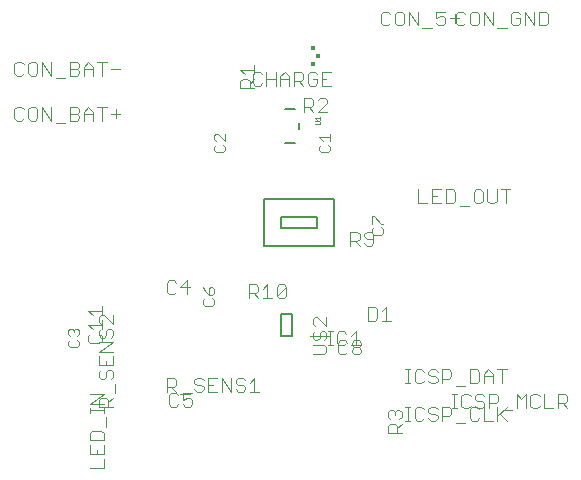
<source format=gto>
G75*
G70*
%OFA0B0*%
%FSLAX24Y24*%
%IPPOS*%
%LPD*%
%AMOC8*
5,1,8,0,0,1.08239X$1,22.5*
%
%ADD10C,0.0080*%
%ADD11C,0.0010*%
%ADD12C,0.0040*%
%ADD13R,0.0167X0.0128*%
%ADD14R,0.0138X0.0138*%
%ADD15C,0.0060*%
%ADD16C,0.0050*%
%ADD17C,0.0030*%
D10*
X015664Y011021D02*
X016002Y011021D01*
X016152Y011475D02*
X016152Y011687D01*
X016002Y012141D02*
X015664Y012141D01*
D11*
X016688Y011839D02*
X016838Y011839D01*
X016838Y011789D02*
X016838Y011889D01*
X016738Y011789D02*
X016688Y011839D01*
X016688Y011741D02*
X016813Y011741D01*
X016838Y011716D01*
X016838Y011666D01*
X016813Y011641D01*
X016688Y011641D01*
D12*
X016618Y012056D02*
X016465Y012209D01*
X016541Y012209D02*
X016311Y012209D01*
X016311Y012056D02*
X016311Y012516D01*
X016541Y012516D01*
X016618Y012439D01*
X016618Y012286D01*
X016541Y012209D01*
X016771Y012056D02*
X017078Y012363D01*
X017078Y012439D01*
X017002Y012516D01*
X016848Y012516D01*
X016771Y012439D01*
X016771Y012056D02*
X017078Y012056D01*
X017203Y012931D02*
X016896Y012931D01*
X016896Y013391D01*
X017203Y013391D01*
X017050Y013161D02*
X016896Y013161D01*
X016743Y013161D02*
X016743Y013007D01*
X016666Y012931D01*
X016513Y012931D01*
X016436Y013007D01*
X016436Y013314D01*
X016513Y013391D01*
X016666Y013391D01*
X016743Y013314D01*
X016743Y013161D02*
X016590Y013161D01*
X016283Y013161D02*
X016283Y013314D01*
X016206Y013391D01*
X015976Y013391D01*
X015976Y012931D01*
X015976Y013084D02*
X016206Y013084D01*
X016283Y013161D01*
X016129Y013084D02*
X016283Y012931D01*
X015822Y012931D02*
X015822Y013238D01*
X015669Y013391D01*
X015515Y013238D01*
X015515Y012931D01*
X015362Y012931D02*
X015362Y013391D01*
X015362Y013161D02*
X015055Y013161D01*
X014901Y013314D02*
X014825Y013391D01*
X014671Y013391D01*
X014595Y013314D01*
X014595Y013007D01*
X014671Y012931D01*
X014825Y012931D01*
X014901Y013007D01*
X015055Y012931D02*
X015055Y013391D01*
X014643Y013461D02*
X014182Y013461D01*
X014336Y013307D01*
X014412Y013154D02*
X014259Y013154D01*
X014182Y013077D01*
X014182Y012847D01*
X014643Y012847D01*
X014489Y012847D02*
X014489Y013077D01*
X014412Y013154D01*
X014489Y013000D02*
X014643Y013154D01*
X014643Y013307D02*
X014643Y013614D01*
X015515Y013161D02*
X015822Y013161D01*
X018869Y015018D02*
X018945Y014941D01*
X019099Y014941D01*
X019176Y015018D01*
X019329Y015018D02*
X019406Y014941D01*
X019559Y014941D01*
X019636Y015018D01*
X019636Y015325D01*
X019559Y015402D01*
X019406Y015402D01*
X019329Y015325D01*
X019329Y015018D01*
X019176Y015325D02*
X019099Y015402D01*
X018945Y015402D01*
X018869Y015325D01*
X018869Y015018D01*
X019789Y014941D02*
X019789Y015402D01*
X020096Y014941D01*
X020096Y015402D01*
X020250Y014865D02*
X020557Y014865D01*
X020710Y015018D02*
X020787Y014941D01*
X020940Y014941D01*
X021017Y015018D01*
X021017Y015172D01*
X020940Y015248D01*
X020864Y015248D01*
X020710Y015172D01*
X020710Y015402D01*
X021017Y015402D01*
X021171Y015172D02*
X021478Y015172D01*
X021369Y015325D02*
X021369Y015018D01*
X021445Y014941D01*
X021599Y014941D01*
X021676Y015018D01*
X021829Y015018D02*
X021906Y014941D01*
X022059Y014941D01*
X022136Y015018D01*
X022136Y015325D01*
X022059Y015402D01*
X021906Y015402D01*
X021829Y015325D01*
X021829Y015018D01*
X021676Y015325D02*
X021599Y015402D01*
X021445Y015402D01*
X021369Y015325D01*
X021324Y015325D02*
X021324Y015018D01*
X022289Y014941D02*
X022289Y015402D01*
X022596Y014941D01*
X022596Y015402D01*
X022750Y014865D02*
X023057Y014865D01*
X023210Y015018D02*
X023287Y014941D01*
X023440Y014941D01*
X023517Y015018D01*
X023517Y015172D01*
X023364Y015172D01*
X023517Y015325D02*
X023440Y015402D01*
X023287Y015402D01*
X023210Y015325D01*
X023210Y015018D01*
X023671Y014941D02*
X023671Y015402D01*
X023978Y014941D01*
X023978Y015402D01*
X024131Y015402D02*
X024361Y015402D01*
X024438Y015325D01*
X024438Y015018D01*
X024361Y014941D01*
X024131Y014941D01*
X024131Y015402D01*
X023184Y009471D02*
X022877Y009471D01*
X023030Y009471D02*
X023030Y009010D01*
X022723Y009087D02*
X022723Y009471D01*
X022416Y009471D02*
X022416Y009087D01*
X022493Y009010D01*
X022647Y009010D01*
X022723Y009087D01*
X022263Y009087D02*
X022263Y009394D01*
X022186Y009471D01*
X022033Y009471D01*
X021956Y009394D01*
X021956Y009087D01*
X022033Y009010D01*
X022186Y009010D01*
X022263Y009087D01*
X021803Y008934D02*
X021496Y008934D01*
X021342Y009087D02*
X021342Y009394D01*
X021265Y009471D01*
X021035Y009471D01*
X021035Y009010D01*
X021265Y009010D01*
X021342Y009087D01*
X020882Y009010D02*
X020575Y009010D01*
X020575Y009471D01*
X020882Y009471D01*
X020728Y009241D02*
X020575Y009241D01*
X020421Y009010D02*
X020114Y009010D01*
X020114Y009471D01*
X018620Y007985D02*
X018544Y008061D01*
X018390Y008061D01*
X018313Y007985D01*
X018313Y007908D01*
X018390Y007831D01*
X018620Y007831D01*
X018620Y007678D02*
X018620Y007985D01*
X018620Y007678D02*
X018544Y007601D01*
X018390Y007601D01*
X018313Y007678D01*
X018160Y007601D02*
X018006Y007754D01*
X018083Y007754D02*
X017853Y007754D01*
X017853Y007601D02*
X017853Y008061D01*
X018083Y008061D01*
X018160Y007985D01*
X018160Y007831D01*
X018083Y007754D01*
X018432Y005561D02*
X018662Y005561D01*
X018739Y005485D01*
X018739Y005178D01*
X018662Y005101D01*
X018432Y005101D01*
X018432Y005561D01*
X018893Y005408D02*
X019046Y005561D01*
X019046Y005101D01*
X018893Y005101D02*
X019199Y005101D01*
X018199Y004360D02*
X018199Y004283D01*
X018123Y004206D01*
X017969Y004206D01*
X017893Y004283D01*
X017893Y004360D01*
X017969Y004436D01*
X018123Y004436D01*
X018199Y004360D01*
X018177Y004276D02*
X017870Y004276D01*
X017969Y004206D02*
X017893Y004129D01*
X017893Y004053D01*
X017969Y003976D01*
X018123Y003976D01*
X018199Y004053D01*
X018199Y004129D01*
X018123Y004206D01*
X018024Y004276D02*
X018024Y004736D01*
X017870Y004583D01*
X017717Y004660D02*
X017640Y004736D01*
X017487Y004736D01*
X017410Y004660D01*
X017410Y004353D01*
X017487Y004276D01*
X017640Y004276D01*
X017717Y004353D01*
X017739Y004360D02*
X017662Y004436D01*
X017509Y004436D01*
X017432Y004360D01*
X017432Y004053D01*
X017509Y003976D01*
X017662Y003976D01*
X017739Y004053D01*
X017256Y004276D02*
X017103Y004276D01*
X017054Y004219D02*
X016977Y004295D01*
X016594Y004295D01*
X016670Y004449D02*
X016594Y004526D01*
X016594Y004679D01*
X016670Y004756D01*
X016670Y004909D02*
X016594Y004986D01*
X016594Y005139D01*
X016670Y005216D01*
X016747Y005216D01*
X017054Y004909D01*
X017054Y005216D01*
X016977Y004756D02*
X016901Y004756D01*
X016824Y004679D01*
X016824Y004526D01*
X016747Y004449D01*
X016670Y004449D01*
X016517Y004602D02*
X017131Y004602D01*
X017054Y004526D02*
X017054Y004679D01*
X016977Y004756D01*
X017103Y004736D02*
X017256Y004736D01*
X017180Y004736D02*
X017180Y004276D01*
X017054Y004219D02*
X017054Y004065D01*
X016977Y003988D01*
X016594Y003988D01*
X016977Y004449D02*
X017054Y004526D01*
X015699Y005928D02*
X015623Y005851D01*
X015469Y005851D01*
X015393Y005928D01*
X015699Y006235D01*
X015699Y005928D01*
X015393Y005928D02*
X015393Y006235D01*
X015469Y006311D01*
X015623Y006311D01*
X015699Y006235D01*
X015239Y005851D02*
X014932Y005851D01*
X014779Y005851D02*
X014625Y006004D01*
X014702Y006004D02*
X014472Y006004D01*
X014472Y005851D02*
X014472Y006311D01*
X014702Y006311D01*
X014779Y006235D01*
X014779Y006081D01*
X014702Y006004D01*
X014932Y006158D02*
X015086Y006311D01*
X015086Y005851D01*
X012495Y006206D02*
X012188Y006206D01*
X012419Y006436D01*
X012419Y005976D01*
X012035Y006053D02*
X011958Y005976D01*
X011805Y005976D01*
X011728Y006053D01*
X011728Y006360D01*
X011805Y006436D01*
X011958Y006436D01*
X012035Y006360D01*
X009938Y005295D02*
X009938Y004988D01*
X009631Y005295D01*
X009554Y005295D01*
X009478Y005218D01*
X009478Y005065D01*
X009554Y004988D01*
X009563Y004965D02*
X009103Y004965D01*
X009256Y004811D01*
X009179Y004658D02*
X009103Y004581D01*
X009103Y004428D01*
X009179Y004351D01*
X009486Y004351D01*
X009563Y004428D01*
X009563Y004581D01*
X009486Y004658D01*
X009478Y004605D02*
X009554Y004528D01*
X009631Y004528D01*
X009708Y004605D01*
X009708Y004758D01*
X009784Y004835D01*
X009861Y004835D01*
X009938Y004758D01*
X009938Y004605D01*
X009861Y004528D01*
X009938Y004374D02*
X009478Y004374D01*
X009478Y004605D02*
X009478Y004758D01*
X009554Y004835D01*
X009563Y004811D02*
X009563Y005118D01*
X009563Y005272D02*
X009563Y005579D01*
X009563Y005425D02*
X009103Y005425D01*
X009256Y005272D01*
X009938Y004374D02*
X009478Y004067D01*
X009938Y004067D01*
X009938Y003914D02*
X009938Y003607D01*
X009478Y003607D01*
X009478Y003914D01*
X009708Y003761D02*
X009708Y003607D01*
X009784Y003454D02*
X009708Y003377D01*
X009708Y003223D01*
X009631Y003147D01*
X009554Y003147D01*
X009478Y003223D01*
X009478Y003377D01*
X009554Y003454D01*
X009784Y003454D02*
X009861Y003454D01*
X009938Y003377D01*
X009938Y003223D01*
X009861Y003147D01*
X010015Y002993D02*
X010015Y002686D01*
X009938Y002533D02*
X009784Y002379D01*
X009784Y002456D02*
X009784Y002226D01*
X009938Y002226D02*
X009478Y002226D01*
X009478Y002456D01*
X009554Y002533D01*
X009708Y002533D01*
X009784Y002456D01*
X009628Y002335D02*
X009168Y002335D01*
X009628Y002642D01*
X009168Y002642D01*
X009168Y002182D02*
X009168Y002028D01*
X009168Y002105D02*
X009628Y002105D01*
X009628Y002028D02*
X009628Y002182D01*
X009705Y001875D02*
X009705Y001568D01*
X009551Y001415D02*
X009244Y001415D01*
X009168Y001338D01*
X009168Y001108D01*
X009628Y001108D01*
X009628Y001338D01*
X009551Y001415D01*
X009628Y000954D02*
X009628Y000647D01*
X009168Y000647D01*
X009168Y000954D01*
X009398Y000801D02*
X009398Y000647D01*
X009628Y000494D02*
X009628Y000187D01*
X009168Y000187D01*
X011807Y002303D02*
X011884Y002226D01*
X012037Y002226D01*
X012114Y002303D01*
X012268Y002303D02*
X012344Y002226D01*
X012498Y002226D01*
X012574Y002303D01*
X012574Y002456D01*
X012498Y002533D01*
X012421Y002533D01*
X012268Y002456D01*
X012268Y002686D01*
X012574Y002686D01*
X012495Y002649D02*
X012188Y002649D01*
X012114Y002610D02*
X012037Y002686D01*
X011884Y002686D01*
X011807Y002610D01*
X011807Y002303D01*
X011728Y002726D02*
X011728Y003186D01*
X011958Y003186D01*
X012035Y003110D01*
X012035Y002956D01*
X011958Y002879D01*
X011728Y002879D01*
X011881Y002879D02*
X012035Y002726D01*
X012649Y002803D02*
X012725Y002726D01*
X012879Y002726D01*
X012956Y002803D01*
X012956Y002879D01*
X012879Y002956D01*
X012725Y002956D01*
X012649Y003033D01*
X012649Y003110D01*
X012725Y003186D01*
X012879Y003186D01*
X012956Y003110D01*
X013109Y003186D02*
X013109Y002726D01*
X013416Y002726D01*
X013570Y002726D02*
X013570Y003186D01*
X013876Y002726D01*
X013876Y003186D01*
X014030Y003110D02*
X014030Y003033D01*
X014107Y002956D01*
X014260Y002956D01*
X014337Y002879D01*
X014337Y002803D01*
X014260Y002726D01*
X014107Y002726D01*
X014030Y002803D01*
X014030Y003110D02*
X014107Y003186D01*
X014260Y003186D01*
X014337Y003110D01*
X014490Y003033D02*
X014644Y003186D01*
X014644Y002726D01*
X014797Y002726D02*
X014490Y002726D01*
X013416Y003186D02*
X013109Y003186D01*
X013109Y002956D02*
X013263Y002956D01*
X019103Y002041D02*
X019103Y001888D01*
X019179Y001811D01*
X019179Y001658D02*
X019333Y001658D01*
X019409Y001581D01*
X019409Y001351D01*
X019409Y001504D02*
X019563Y001658D01*
X019683Y001760D02*
X019836Y001760D01*
X019759Y001760D02*
X019759Y002221D01*
X019683Y002221D02*
X019836Y002221D01*
X019989Y002144D02*
X019989Y001837D01*
X020066Y001760D01*
X020220Y001760D01*
X020296Y001837D01*
X020450Y001837D02*
X020527Y001760D01*
X020680Y001760D01*
X020757Y001837D01*
X020757Y001914D01*
X020680Y001991D01*
X020527Y001991D01*
X020450Y002067D01*
X020450Y002144D01*
X020527Y002221D01*
X020680Y002221D01*
X020757Y002144D01*
X020910Y002221D02*
X020910Y001760D01*
X020910Y001914D02*
X021140Y001914D01*
X021217Y001991D01*
X021217Y002144D01*
X021140Y002221D01*
X020910Y002221D01*
X021244Y002191D02*
X021397Y002191D01*
X021320Y002191D02*
X021320Y002652D01*
X021244Y002652D02*
X021397Y002652D01*
X021551Y002575D02*
X021551Y002268D01*
X021627Y002191D01*
X021781Y002191D01*
X021858Y002268D01*
X021908Y002221D02*
X021831Y002144D01*
X021831Y001837D01*
X021908Y001760D01*
X022061Y001760D01*
X022138Y001837D01*
X022291Y001760D02*
X022598Y001760D01*
X022752Y001760D02*
X022752Y002221D01*
X022702Y002345D02*
X022471Y002345D01*
X022318Y002345D02*
X022318Y002268D01*
X022241Y002191D01*
X022088Y002191D01*
X022011Y002268D01*
X022061Y002221D02*
X021908Y002221D01*
X022061Y002221D02*
X022138Y002144D01*
X022291Y002221D02*
X022291Y001760D01*
X022752Y001914D02*
X023059Y002221D01*
X022932Y002115D02*
X023239Y002115D01*
X023392Y002191D02*
X023392Y002652D01*
X023546Y002498D01*
X023699Y002652D01*
X023699Y002191D01*
X023853Y002268D02*
X023853Y002575D01*
X023929Y002652D01*
X024083Y002652D01*
X024160Y002575D01*
X024313Y002652D02*
X024313Y002191D01*
X024620Y002191D01*
X024773Y002191D02*
X024773Y002652D01*
X025004Y002652D01*
X025080Y002575D01*
X025080Y002422D01*
X025004Y002345D01*
X024773Y002345D01*
X024927Y002345D02*
X025080Y002191D01*
X024160Y002268D02*
X024083Y002191D01*
X023929Y002191D01*
X023853Y002268D01*
X023059Y001760D02*
X022829Y001991D01*
X022702Y002345D02*
X022778Y002422D01*
X022778Y002575D01*
X022702Y002652D01*
X022471Y002652D01*
X022471Y002191D01*
X022318Y002345D02*
X022241Y002422D01*
X022088Y002422D01*
X022011Y002498D01*
X022011Y002575D01*
X022088Y002652D01*
X022241Y002652D01*
X022318Y002575D01*
X022291Y003010D02*
X022291Y003317D01*
X022445Y003471D01*
X022598Y003317D01*
X022598Y003010D01*
X022598Y003241D02*
X022291Y003241D01*
X022138Y003394D02*
X022138Y003087D01*
X022061Y003010D01*
X021831Y003010D01*
X021831Y003471D01*
X022061Y003471D01*
X022138Y003394D01*
X022752Y003471D02*
X023059Y003471D01*
X022905Y003471D02*
X022905Y003010D01*
X021858Y002575D02*
X021781Y002652D01*
X021627Y002652D01*
X021551Y002575D01*
X021678Y002934D02*
X021371Y002934D01*
X021140Y003164D02*
X020910Y003164D01*
X020757Y003164D02*
X020757Y003087D01*
X020680Y003010D01*
X020527Y003010D01*
X020450Y003087D01*
X020296Y003087D02*
X020220Y003010D01*
X020066Y003010D01*
X019989Y003087D01*
X019989Y003394D01*
X020066Y003471D01*
X020220Y003471D01*
X020296Y003394D01*
X020450Y003394D02*
X020450Y003317D01*
X020527Y003241D01*
X020680Y003241D01*
X020757Y003164D01*
X020910Y003010D02*
X020910Y003471D01*
X021140Y003471D01*
X021217Y003394D01*
X021217Y003241D01*
X021140Y003164D01*
X020757Y003394D02*
X020680Y003471D01*
X020527Y003471D01*
X020450Y003394D01*
X019836Y003471D02*
X019683Y003471D01*
X019759Y003471D02*
X019759Y003010D01*
X019683Y003010D02*
X019836Y003010D01*
X020066Y002221D02*
X019989Y002144D01*
X020066Y002221D02*
X020220Y002221D01*
X020296Y002144D01*
X019563Y002041D02*
X019563Y001888D01*
X019486Y001811D01*
X019333Y001965D02*
X019333Y002041D01*
X019409Y002118D01*
X019486Y002118D01*
X019563Y002041D01*
X019333Y002041D02*
X019256Y002118D01*
X019179Y002118D01*
X019103Y002041D01*
X019179Y001658D02*
X019103Y001581D01*
X019103Y001351D01*
X019563Y001351D01*
X021371Y001684D02*
X021678Y001684D01*
X010184Y011991D02*
X009877Y011991D01*
X010030Y012144D02*
X010030Y011837D01*
X009570Y011760D02*
X009570Y012221D01*
X009723Y012221D02*
X009416Y012221D01*
X009263Y012067D02*
X009263Y011760D01*
X009263Y011991D02*
X008956Y011991D01*
X008956Y012067D02*
X009109Y012221D01*
X009263Y012067D01*
X008956Y012067D02*
X008956Y011760D01*
X008803Y011837D02*
X008726Y011760D01*
X008496Y011760D01*
X008496Y012221D01*
X008726Y012221D01*
X008803Y012144D01*
X008803Y012067D01*
X008726Y011991D01*
X008496Y011991D01*
X008726Y011991D02*
X008803Y011914D01*
X008803Y011837D01*
X008342Y011684D02*
X008035Y011684D01*
X007882Y011760D02*
X007882Y012221D01*
X007575Y012221D02*
X007882Y011760D01*
X007575Y011760D02*
X007575Y012221D01*
X007421Y012144D02*
X007345Y012221D01*
X007191Y012221D01*
X007114Y012144D01*
X007114Y011837D01*
X007191Y011760D01*
X007345Y011760D01*
X007421Y011837D01*
X007421Y012144D01*
X006961Y012144D02*
X006884Y012221D01*
X006731Y012221D01*
X006654Y012144D01*
X006654Y011837D01*
X006731Y011760D01*
X006884Y011760D01*
X006961Y011837D01*
X006884Y013260D02*
X006961Y013337D01*
X006884Y013260D02*
X006731Y013260D01*
X006654Y013337D01*
X006654Y013644D01*
X006731Y013721D01*
X006884Y013721D01*
X006961Y013644D01*
X007114Y013644D02*
X007114Y013337D01*
X007191Y013260D01*
X007345Y013260D01*
X007421Y013337D01*
X007421Y013644D01*
X007345Y013721D01*
X007191Y013721D01*
X007114Y013644D01*
X007575Y013721D02*
X007575Y013260D01*
X007882Y013260D02*
X007882Y013721D01*
X007575Y013721D02*
X007882Y013260D01*
X008035Y013184D02*
X008342Y013184D01*
X008496Y013260D02*
X008726Y013260D01*
X008803Y013337D01*
X008803Y013414D01*
X008726Y013491D01*
X008496Y013491D01*
X008496Y013721D02*
X008496Y013260D01*
X008726Y013491D02*
X008803Y013567D01*
X008803Y013644D01*
X008726Y013721D01*
X008496Y013721D01*
X008956Y013567D02*
X009109Y013721D01*
X009263Y013567D01*
X009263Y013260D01*
X009263Y013491D02*
X008956Y013491D01*
X008956Y013567D02*
X008956Y013260D01*
X009416Y013721D02*
X009723Y013721D01*
X009570Y013721D02*
X009570Y013260D01*
X009877Y013491D02*
X010184Y013491D01*
D13*
X016615Y013640D03*
X016615Y014181D03*
D14*
X016768Y013911D03*
D15*
X015889Y005319D02*
X015527Y005319D01*
X015527Y004593D01*
X015889Y004593D01*
X015889Y005319D01*
D16*
X014958Y007581D02*
X017320Y007581D01*
X017320Y009156D01*
X014958Y009156D01*
X014958Y007581D01*
X015548Y008171D02*
X015548Y008565D01*
X016730Y008565D01*
X016730Y008171D01*
X015548Y008171D01*
D17*
X008500Y004216D02*
X008439Y004278D01*
X008439Y004401D01*
X008500Y004463D01*
X008500Y004584D02*
X008439Y004646D01*
X008439Y004769D01*
X008500Y004831D01*
X008562Y004831D01*
X008624Y004769D01*
X008686Y004831D01*
X008747Y004831D01*
X008809Y004769D01*
X008809Y004646D01*
X008747Y004584D01*
X008747Y004463D02*
X008809Y004401D01*
X008809Y004278D01*
X008747Y004216D01*
X008500Y004216D01*
X008624Y004708D02*
X008624Y004769D01*
X012939Y005653D02*
X013000Y005591D01*
X013247Y005591D01*
X013309Y005653D01*
X013309Y005776D01*
X013247Y005838D01*
X013247Y005959D02*
X013309Y006021D01*
X013309Y006144D01*
X013247Y006206D01*
X013186Y006206D01*
X013124Y006144D01*
X013124Y005959D01*
X013247Y005959D01*
X013124Y005959D02*
X013000Y006083D01*
X012939Y006206D01*
X013000Y005838D02*
X012939Y005776D01*
X012939Y005653D01*
X013375Y010716D02*
X013622Y010716D01*
X013684Y010778D01*
X013684Y010901D01*
X013622Y010963D01*
X013684Y011084D02*
X013437Y011331D01*
X013375Y011331D01*
X013314Y011269D01*
X013314Y011146D01*
X013375Y011084D01*
X013375Y010963D02*
X013314Y010901D01*
X013314Y010778D01*
X013375Y010716D01*
X013684Y011084D02*
X013684Y011331D01*
X016814Y011208D02*
X017184Y011208D01*
X017184Y011331D02*
X017184Y011084D01*
X017122Y010963D02*
X017184Y010901D01*
X017184Y010778D01*
X017122Y010716D01*
X016875Y010716D01*
X016814Y010778D01*
X016814Y010901D01*
X016875Y010963D01*
X016937Y011084D02*
X016814Y011208D01*
X018564Y008581D02*
X018625Y008581D01*
X018872Y008334D01*
X018934Y008334D01*
X018872Y008213D02*
X018934Y008151D01*
X018934Y008028D01*
X018872Y007966D01*
X018625Y007966D01*
X018564Y008028D01*
X018564Y008151D01*
X018625Y008213D01*
X018564Y008334D02*
X018564Y008581D01*
M02*

</source>
